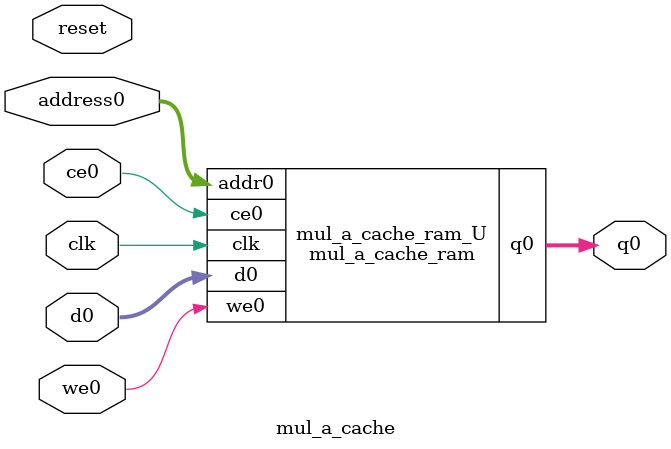
<source format=v>
`timescale 1 ns / 1 ps
module mul_a_cache_ram (addr0, ce0, d0, we0, q0,  clk);

parameter DWIDTH = 32;
parameter AWIDTH = 4;
parameter MEM_SIZE = 16;

input[AWIDTH-1:0] addr0;
input ce0;
input[DWIDTH-1:0] d0;
input we0;
output reg[DWIDTH-1:0] q0;
input clk;

(* ram_style = "distributed" *)reg [DWIDTH-1:0] ram[0:MEM_SIZE-1];




always @(posedge clk)  
begin 
    if (ce0) 
    begin
        if (we0) 
        begin 
            ram[addr0] <= d0; 
        end 
        q0 <= ram[addr0];
    end
end


endmodule

`timescale 1 ns / 1 ps
module mul_a_cache(
    reset,
    clk,
    address0,
    ce0,
    we0,
    d0,
    q0);

parameter DataWidth = 32'd32;
parameter AddressRange = 32'd16;
parameter AddressWidth = 32'd4;
input reset;
input clk;
input[AddressWidth - 1:0] address0;
input ce0;
input we0;
input[DataWidth - 1:0] d0;
output[DataWidth - 1:0] q0;



mul_a_cache_ram mul_a_cache_ram_U(
    .clk( clk ),
    .addr0( address0 ),
    .ce0( ce0 ),
    .we0( we0 ),
    .d0( d0 ),
    .q0( q0 ));

endmodule


</source>
